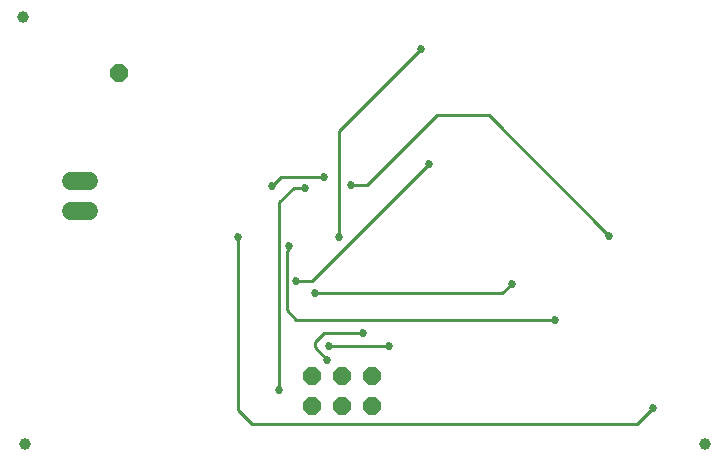
<source format=gbl>
G04 EAGLE Gerber RS-274X export*
G75*
%MOMM*%
%FSLAX34Y34*%
%LPD*%
%INBottom Copper*%
%IPPOS*%
%AMOC8*
5,1,8,0,0,1.08239X$1,22.5*%
G01*
%ADD10P,1.649562X8X202.500000*%
%ADD11C,1.524000*%
%ADD12P,1.649562X8X22.500000*%
%ADD13C,1.000000*%
%ADD14C,0.685800*%
%ADD15C,0.254000*%


D10*
X308102Y46482D03*
X308102Y71882D03*
X282702Y46482D03*
X282702Y71882D03*
X257302Y46482D03*
X257302Y71882D03*
D11*
X67818Y211328D02*
X52578Y211328D01*
X52578Y236728D02*
X67818Y236728D01*
D12*
X93726Y328168D03*
D13*
X12446Y375666D03*
X13716Y13970D03*
X589280Y13970D03*
D14*
X349504Y348488D03*
D15*
X279908Y278892D01*
X279908Y189992D01*
X280162Y189738D01*
D14*
X280162Y189738D03*
X223266Y232918D03*
D15*
X230378Y240030D01*
X267208Y240030D01*
D14*
X267208Y240030D03*
X290322Y233172D03*
D15*
X303276Y233172D01*
X362712Y292608D01*
X406654Y292608D01*
X508762Y190500D01*
D14*
X508762Y190500D03*
X194056Y189484D03*
D15*
X194056Y42926D01*
X205740Y31242D01*
X532384Y31242D01*
X545592Y44450D01*
D14*
X545592Y44450D03*
X462280Y119380D03*
D15*
X243586Y119380D01*
X235712Y127254D02*
X235712Y177546D01*
X237236Y179070D01*
X237236Y181610D01*
D14*
X237236Y181610D03*
D15*
X235712Y127254D02*
X243586Y119380D01*
D14*
X243586Y152400D03*
D15*
X256794Y152400D01*
X355600Y251206D01*
D14*
X355600Y251206D03*
X259334Y141732D03*
D15*
X418084Y141732D01*
X426212Y149860D01*
D14*
X426212Y149860D03*
X270002Y85344D03*
D15*
X259334Y96012D01*
X259334Y100584D01*
X266954Y108204D01*
D14*
X300482Y108204D03*
D15*
X266954Y108204D01*
D14*
X229362Y59944D03*
D15*
X229362Y218948D01*
X241554Y231140D02*
X250952Y231140D01*
D14*
X250952Y231140D03*
D15*
X241554Y231140D02*
X229362Y218948D01*
D14*
X271018Y97028D03*
D15*
X321818Y97028D01*
X322072Y96774D01*
D14*
X322072Y96774D03*
M02*

</source>
